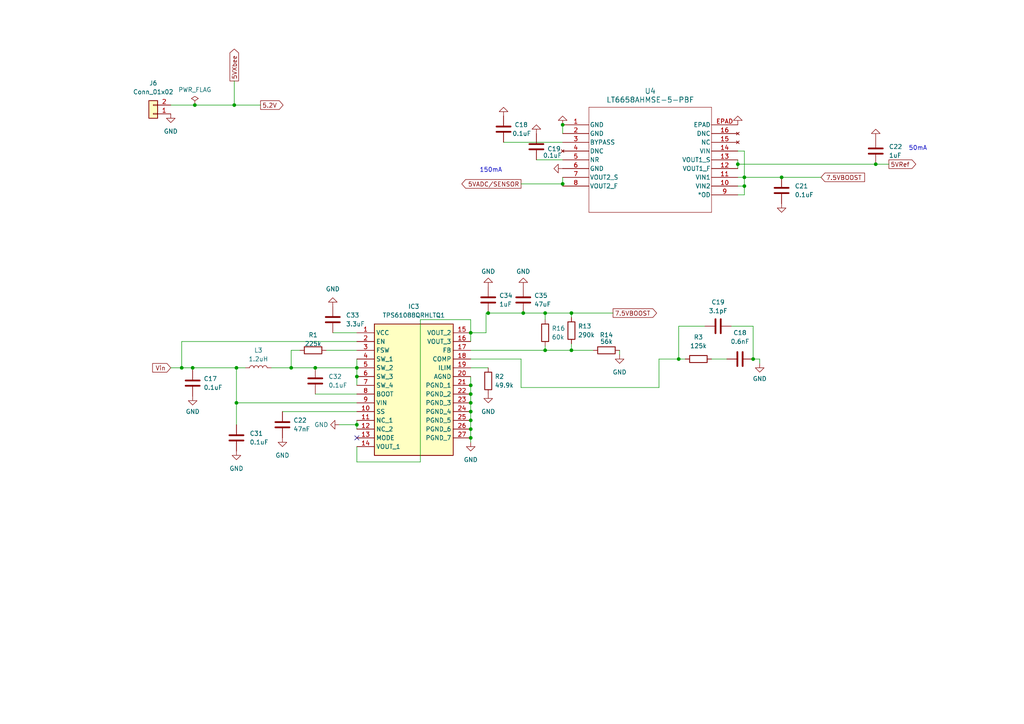
<source format=kicad_sch>
(kicad_sch (version 20230121) (generator eeschema)
  (paper "A4")
  (lib_symbols
    (symbol "Connector_Generic:Conn_01x02" (pin_names (offset 1.016) hide)
      (property "Reference" "J" (at 0 2.54 0))
      (property "Value" "Conn_01x02" (at 0 -5.08 0))
      (symbol "Conn_01x02_1_1"
        (rectangle (start -1.27 -2.413) (end 0 -2.667) (stroke (width 0.1524)))
        (rectangle (start -1.27 0.127) (end 0 -0.127) (stroke (width 0.1524)))
        (rectangle (start -1.27 1.27) (end 1.27 -3.81) (stroke (width 0.254)) (fill (type background)))
        (pin passive line (at -5.08 0 0) (length 3.81) (name "Pin_1") (number "1"))
        (pin passive line (at -5.08 -2.54 0) (length 3.81) (name "Pin_2") (number "2"))
      )
    )
    (symbol "Converter_DCDC:TPS61088QRHLTQ1"
      (property "Reference" "IC" (at 29.21 7.62 0))
      (property "Value" "TPS61088QRHLTQ1" (at 29.21 5.08 0))
      (symbol "TPS61088QRHLTQ1_1_1"
        (rectangle (start 5.08 2.54) (end 27.94 -35.56) (stroke (width 0.254)) (fill (type background)))
        (pin passive line (at 0 0 0) (length 5.08) (name "VCC") (number "1"))
        (pin passive line (at 0 -22.86 0) (length 5.08) (name "SS") (number "10"))
        (pin passive line (at 0 -25.4 0) (length 5.08) (name "NC_1") (number "11"))
        (pin passive line (at 0 -27.94 0) (length 5.08) (name "NC_2") (number "12"))
        (pin passive line (at 0 -30.48 0) (length 5.08) (name "MODE") (number "13"))
        (pin passive line (at 0 -33.02 0) (length 5.08) (name "VOUT_1") (number "14"))
        (pin passive line (at 33.02 0 180) (length 5.08) (name "VOUT_2") (number "15"))
        (pin passive line (at 33.02 -2.54 180) (length 5.08) (name "VOUT_3") (number "16"))
        (pin passive line (at 33.02 -5.08 180) (length 5.08) (name "FB") (number "17"))
        (pin passive line (at 33.02 -7.62 180) (length 5.08) (name "COMP") (number "18"))
        (pin passive line (at 33.02 -10.16 180) (length 5.08) (name "ILIM") (number "19"))
        (pin passive line (at 0 -2.54 0) (length 5.08) (name "EN") (number "2"))
        (pin passive line (at 33.02 -12.7 180) (length 5.08) (name "AGND") (number "20"))
        (pin passive line (at 33.02 -15.24 180) (length 5.08) (name "PGND_1") (number "21"))
        (pin passive line (at 33.02 -17.78 180) (length 5.08) (name "PGND_2") (number "22"))
        (pin passive line (at 33.02 -20.32 180) (length 5.08) (name "PGND_3") (number "23"))
        (pin passive line (at 33.02 -22.86 180) (length 5.08) (name "PGND_4") (number "24"))
        (pin passive line (at 33.02 -25.4 180) (length 5.08) (name "PGND_5") (number "25"))
        (pin passive line (at 33.02 -27.94 180) (length 5.08) (name "PGND_6") (number "26"))
        (pin passive line (at 33.02 -30.48 180) (length 5.08) (name "PGND_7") (number "27"))
        (pin passive line (at 0 -5.08 0) (length 5.08) (name "FSW") (number "3"))
        (pin passive line (at 0 -7.62 0) (length 5.08) (name "SW_1") (number "4"))
        (pin passive line (at 0 -10.16 0) (length 5.08) (name "SW_2") (number "5"))
        (pin passive line (at 0 -12.7 0) (length 5.08) (name "SW_3") (number "6"))
        (pin passive line (at 0 -15.24 0) (length 5.08) (name "SW_4") (number "7"))
        (pin passive line (at 0 -17.78 0) (length 5.08) (name "BOOT") (number "8"))
        (pin passive line (at 0 -20.32 0) (length 5.08) (name "VIN") (number "9"))
      )
    )
    (symbol "Device:C" (pin_numbers hide) (pin_names (offset 0.254))
      (property "Reference" "C" (at 0.635 2.54 0))
      (property "Value" "C" (at 0.635 -2.54 0))
      (symbol "C_0_1"
        (polyline (pts (xy -2.032 -0.762) (xy 2.032 -0.762)) (stroke (width 0.508)))
        (polyline (pts (xy -2.032 0.762) (xy 2.032 0.762)) (stroke (width 0.508)))
      )
      (symbol "C_1_1"
        (pin passive line (at 0 3.81 270) (length 2.794) (name "~") (number "1"))
        (pin passive line (at 0 -3.81 90) (length 2.794) (name "~") (number "2"))
      )
    )
    (symbol "Device:L" (pin_numbers hide) (pin_names (offset 1.016) hide)
      (property "Reference" "L" (at -1.27 0 90))
      (property "Value" "L" (at 1.905 0 90))
      (symbol "L_0_1"
        (arc (start 0 -2.54) (mid 0.6323 -1.905) (end 0 -1.27))
        (arc (start 0 -1.27) (mid 0.6323 -0.635) (end 0 0))
        (arc (start 0 0) (mid 0.6323 0.635) (end 0 1.27))
        (arc (start 0 1.27) (mid 0.6323 1.905) (end 0 2.54))
      )
      (symbol "L_1_1"
        (pin passive line (at 0 3.81 270) (length 1.27) (name "1") (number "1"))
        (pin passive line (at 0 -3.81 90) (length 1.27) (name "2") (number "2"))
      )
    )
    (symbol "Device:R" (pin_numbers hide) (pin_names (offset 0))
      (property "Reference" "R" (at 2.032 0 90))
      (property "Value" "R" (at 0 0 90))
      (symbol "R_0_1"
        (rectangle (start -1.016 -2.54) (end 1.016 2.54) (stroke (width 0.254)))
      )
      (symbol "R_1_1"
        (pin passive line (at 0 3.81 270) (length 1.27) (name "~") (number "1"))
        (pin passive line (at 0 -3.81 90) (length 1.27) (name "~") (number "2"))
      )
    )
    (symbol "mainbox:LT6658AHMSE-5-PBF" (pin_names (offset 0.254))
      (property "Reference" "U" (at 25.4 10.16 0))
      (property "Value" "LT6658AHMSE-5-PBF" (at 25.4 7.62 0))
      (symbol "LT6658AHMSE-5-PBF_0_1"
        (polyline (pts (xy 7.62 -25.4) (xy 43.18 -25.4)) (stroke (width 0.127)))
        (polyline (pts (xy 7.62 5.08) (xy 7.62 -25.4)) (stroke (width 0.127)))
        (polyline (pts (xy 43.18 -25.4) (xy 43.18 5.08)) (stroke (width 0.127)))
        (polyline (pts (xy 43.18 5.08) (xy 7.62 5.08)) (stroke (width 0.127)))
        (pin power_in line (at 0 0 0) (length 7.62) (name "GND") (number "1"))
        (pin input line (at 50.8 -17.78 180) (length 7.62) (name "VIN2") (number "10"))
        (pin input line (at 50.8 -15.24 180) (length 7.62) (name "VIN1") (number "11"))
        (pin output line (at 50.8 -12.7 180) (length 7.62) (name "VOUT1_F") (number "12"))
        (pin output line (at 50.8 -10.16 180) (length 7.62) (name "VOUT1_S") (number "13"))
        (pin input line (at 50.8 -7.62 180) (length 7.62) (name "VIN") (number "14"))
        (pin no_connect line (at 50.8 -5.08 180) (length 7.62) (name "NC") (number "15"))
        (pin no_connect line (at 50.8 -2.54 180) (length 7.62) (name "DNC") (number "16"))
        (pin power_in line (at 0 -2.54 0) (length 7.62) (name "GND") (number "2"))
        (pin unspecified line (at 0 -5.08 0) (length 7.62) (name "BYPASS") (number "3"))
        (pin no_connect line (at 0 -7.62 0) (length 7.62) (name "DNC") (number "4"))
        (pin unspecified line (at 0 -10.16 0) (length 7.62) (name "NR") (number "5"))
        (pin power_in line (at 0 -12.7 0) (length 7.62) (name "GND") (number "6"))
        (pin output line (at 0 -15.24 0) (length 7.62) (name "VOUT2_S") (number "7"))
        (pin output line (at 0 -17.78 0) (length 7.62) (name "VOUT2_F") (number "8"))
        (pin output line (at 50.8 -20.32 180) (length 7.62) (name "*OD") (number "9"))
        (pin unspecified line (at 50.8 0 180) (length 7.62) (name "EPAD") (number "EPAD"))
      )
    )
    (symbol "power:GND" (power) (pin_names (offset 0))
      (property "Value" "GND" (at 0 -3.81 0))
      (symbol "GND_0_1"
        (polyline (pts (xy 0 0) (xy 0 -1.27) (xy 1.27 -1.27) (xy 0 -2.54) (xy -1.27 -1.27) (xy 0 -1.27)))
      )
      (symbol "GND_1_1"
        (pin power_in line (at 0 0 270) (length 0) hide (name "GND") (number "1"))
      )
    )
    (symbol "power:PWR_FLAG" (power) (pin_numbers hide) (pin_names (offset 0) hide)
      (property "Value" "PWR_FLAG" (at 0 3.81 0))
      (symbol "PWR_FLAG_0_0"
        (pin power_out line (at 0 0 90) (length 0) (name "pwr") (number "1"))
      )
      (symbol "PWR_FLAG_0_1"
        (polyline (pts (xy 0 0) (xy 0 1.27) (xy -1.016 1.905) (xy 0 2.54) (xy 1.016 1.905) (xy 0 1.27)))
      )
    )
  )
  (junction (at 215.9 51.435))
  (junction (at 213.995 47.625))
  (junction (at 68.58 116.84))
  (junction (at 254 47.625))
  (junction (at 165.735 101.6))
  (junction (at 52.705 106.68))
  (junction (at 103.505 109.22))
  (junction (at 67.945 30.48))
  (junction (at 151.765 90.805))
  (junction (at 91.44 106.68))
  (junction (at 136.525 121.92))
  (junction (at 226.695 51.435))
  (junction (at 136.525 127))
  (junction (at 163.195 36.195))
  (junction (at 141.605 90.805))
  (junction (at 215.9 53.975))
  (junction (at 103.505 123.19))
  (junction (at 196.85 104.14))
  (junction (at 84.455 106.68))
  (junction (at 136.525 111.76))
  (junction (at 68.58 106.68))
  (junction (at 56.515 30.48))
  (junction (at 136.525 116.84))
  (junction (at 136.525 124.46))
  (junction (at 55.88 106.68))
  (junction (at 218.44 104.14))
  (junction (at 136.525 114.3))
  (junction (at 136.525 96.52))
  (junction (at 165.735 90.805))
  (junction (at 158.115 90.805))
  (junction (at 158.115 101.6))
  (junction (at 103.505 106.68))
  (junction (at 163.195 53.34))
  (junction (at 136.525 119.38))
  (no_connect (at 103.505 127))
  (wire (pts (xy 84.455 101.6) (xy 86.995 101.6)))
  (wire (pts (xy 215.9 51.435) (xy 215.9 53.975)))
  (wire (pts (xy 141.605 90.805) (xy 151.765 90.805)))
  (wire (pts (xy 52.705 106.68) (xy 55.88 106.68)))
  (wire (pts (xy 55.88 106.68) (xy 55.88 107.315)))
  (wire (pts (xy 158.115 90.805) (xy 158.115 92.71)))
  (wire (pts (xy 163.195 36.195) (xy 163.195 38.735)))
  (wire (pts (xy 91.44 106.68) (xy 103.505 106.68)))
  (wire (pts (xy 213.995 56.515) (xy 215.9 56.515)))
  (wire (pts (xy 213.995 46.355) (xy 213.995 47.625)))
  (wire (pts (xy 71.12 106.68) (xy 68.58 106.68)))
  (wire (pts (xy 151.765 90.805) (xy 158.115 90.805)))
  (wire (pts (xy 52.705 99.06) (xy 52.705 106.68)))
  (wire (pts (xy 196.85 94.615) (xy 196.85 104.14)))
  (wire (pts (xy 136.525 124.46) (xy 136.525 127)))
  (wire (pts (xy 103.505 123.19) (xy 103.505 124.46)))
  (wire (pts (xy 84.455 106.68) (xy 91.44 106.68)))
  (wire (pts (xy 140.97 96.52) (xy 136.525 96.52)))
  (wire (pts (xy 213.995 47.625) (xy 254 47.625)))
  (wire (pts (xy 165.735 101.6) (xy 172.085 101.6)))
  (wire (pts (xy 165.735 92.075) (xy 165.735 90.805)))
  (wire (pts (xy 68.58 106.68) (xy 55.88 106.68)))
  (wire (pts (xy 103.505 133.985) (xy 103.505 129.54)))
  (wire (pts (xy 213.995 43.815) (xy 215.9 43.815)))
  (wire (pts (xy 67.945 30.48) (xy 75.565 30.48)))
  (wire (pts (xy 103.505 99.06) (xy 52.705 99.06)))
  (wire (pts (xy 136.525 114.3) (xy 136.525 116.84)))
  (wire (pts (xy 151.13 53.34) (xy 163.195 53.34)))
  (wire (pts (xy 179.705 102.87) (xy 179.705 101.6)))
  (wire (pts (xy 84.455 101.6) (xy 84.455 106.68)))
  (wire (pts (xy 196.85 104.14) (xy 198.755 104.14)))
  (wire (pts (xy 103.505 121.92) (xy 103.505 123.19)))
  (wire (pts (xy 103.505 133.985) (xy 121.92 133.985)))
  (wire (pts (xy 196.85 94.615) (xy 204.47 94.615)))
  (wire (pts (xy 103.505 109.22) (xy 103.505 111.76)))
  (wire (pts (xy 68.58 116.84) (xy 103.505 116.84)))
  (wire (pts (xy 103.505 101.6) (xy 94.615 101.6)))
  (wire (pts (xy 213.995 53.975) (xy 215.9 53.975)))
  (wire (pts (xy 91.44 114.3) (xy 103.505 114.3)))
  (wire (pts (xy 136.525 104.14) (xy 151.13 104.14)))
  (wire (pts (xy 49.53 30.48) (xy 56.515 30.48)))
  (wire (pts (xy 206.375 104.14) (xy 210.82 104.14)))
  (wire (pts (xy 136.525 106.68) (xy 141.605 106.68)))
  (wire (pts (xy 163.195 41.275) (xy 146.05 41.275)))
  (wire (pts (xy 163.195 51.435) (xy 163.195 53.34)))
  (wire (pts (xy 136.525 96.52) (xy 136.525 99.06)))
  (wire (pts (xy 165.735 90.805) (xy 177.8 90.805)))
  (wire (pts (xy 215.9 51.435) (xy 226.695 51.435)))
  (wire (pts (xy 215.9 56.515) (xy 215.9 53.975)))
  (wire (pts (xy 67.945 23.495) (xy 67.945 30.48)))
  (wire (pts (xy 136.525 116.84) (xy 136.525 119.38)))
  (wire (pts (xy 136.525 127) (xy 136.525 128.27)))
  (wire (pts (xy 158.115 90.805) (xy 165.735 90.805)))
  (wire (pts (xy 140.97 90.805) (xy 140.97 96.52)))
  (wire (pts (xy 215.9 43.815) (xy 215.9 51.435)))
  (wire (pts (xy 158.115 100.33) (xy 158.115 101.6)))
  (wire (pts (xy 103.505 104.14) (xy 103.505 106.68)))
  (wire (pts (xy 220.345 104.14) (xy 218.44 104.14)))
  (wire (pts (xy 78.74 106.68) (xy 84.455 106.68)))
  (wire (pts (xy 141.605 90.805) (xy 140.97 90.805)))
  (wire (pts (xy 191.135 112.395) (xy 191.135 104.14)))
  (wire (pts (xy 238.125 51.435) (xy 226.695 51.435)))
  (wire (pts (xy 213.995 47.625) (xy 213.995 48.895)))
  (wire (pts (xy 220.345 105.41) (xy 220.345 104.14)))
  (wire (pts (xy 191.135 104.14) (xy 196.85 104.14)))
  (wire (pts (xy 151.13 112.395) (xy 191.135 112.395)))
  (wire (pts (xy 103.505 119.38) (xy 81.915 119.38)))
  (wire (pts (xy 136.525 92.71) (xy 136.525 96.52)))
  (wire (pts (xy 165.735 99.695) (xy 165.735 101.6)))
  (wire (pts (xy 212.09 94.615) (xy 218.44 94.615)))
  (wire (pts (xy 158.115 101.6) (xy 165.735 101.6)))
  (wire (pts (xy 68.58 116.84) (xy 68.58 106.68)))
  (wire (pts (xy 163.195 53.34) (xy 163.195 53.975)))
  (wire (pts (xy 136.525 101.6) (xy 158.115 101.6)))
  (wire (pts (xy 49.53 106.68) (xy 52.705 106.68)))
  (wire (pts (xy 56.515 30.48) (xy 67.945 30.48)))
  (wire (pts (xy 136.525 121.92) (xy 136.525 124.46)))
  (wire (pts (xy 121.92 92.71) (xy 136.525 92.71)))
  (wire (pts (xy 98.425 123.19) (xy 103.505 123.19)))
  (wire (pts (xy 136.525 109.22) (xy 136.525 111.76)))
  (wire (pts (xy 155.575 46.355) (xy 163.195 46.355)))
  (wire (pts (xy 103.505 106.68) (xy 103.505 109.22)))
  (wire (pts (xy 136.525 111.76) (xy 136.525 114.3)))
  (wire (pts (xy 68.58 123.19) (xy 68.58 116.84)))
  (wire (pts (xy 151.13 104.14) (xy 151.13 112.395)))
  (wire (pts (xy 121.92 133.985) (xy 121.92 92.71)))
  (wire (pts (xy 215.9 51.435) (xy 213.995 51.435)))
  (wire (pts (xy 96.52 96.52) (xy 103.505 96.52)))
  (wire (pts (xy 254 47.625) (xy 257.81 47.625)))
  (wire (pts (xy 218.44 94.615) (xy 218.44 104.14)))
  (wire (pts (xy 136.525 119.38) (xy 136.525 121.92)))
  (text "150mA" (at 139.065 50.165 0) (effects (font (size 1.27 1.27)) (justify left bottom)))
  (text "50mA" (at 263.525 43.815 0) (effects (font (size 1.27 1.27)) (justify left bottom)))
  (global_label "5VXbee" (shape output) (at 67.945 23.495 90) (property "Intersheetrefs" "${INTERSHEET_REFS}" (effects hide)))
  (global_label "7.5VBOOST" (shape input) (at 238.125 51.435 0) (property "Intersheetrefs" "${INTERSHEET_REFS}" (effects hide)))
  (global_label "7.5VBOOST" (shape output) (at 177.8 90.805 0) (property "Intersheetrefs" "${INTERSHEET_REFS}" (effects hide)))
  (global_label "5VRef" (shape output) (at 257.81 47.625 0) (property "Intersheetrefs" "${INTERSHEET_REFS}" (effects hide)))
  (global_label "5.2V" (shape output) (at 75.565 30.48 0) (property "Intersheetrefs" "${INTERSHEET_REFS}" (effects hide)))
  (global_label "Vin" (shape input) (at 49.53 106.68 180) (property "Intersheetrefs" "${INTERSHEET_REFS}" (effects hide)))
  (global_label "5VADC{slash}SENSOR" (shape output) (at 151.13 53.34 180) (property "Intersheetrefs" "${INTERSHEET_REFS}" (effects hide)))
  (symbol (lib_id "Device:R") (at 165.735 95.885 0) (unit 1)
    (property "Reference" "R13" (at 167.64 94.615 0) (effects (justify left)))
    (property "Value" "290k" (at 167.64 97.155 0) (effects (justify left)))
    (property "Footprint" "Resistor_SMD:R_0603_1608Metric" (effects hide))
  )
  (symbol (lib_id "Device:C") (at 141.605 86.995 0) (unit 1)
    (property "Reference" "C34" (at 144.78 85.725 0) (effects (justify left)))
    (property "Value" "1uF" (at 144.78 88.265 0) (effects (justify left)))
    (property "Footprint" "Capacitor_SMD:C_0603_1608Metric" (effects hide))
  )
  (symbol (lib_id "power:PWR_FLAG") (at 56.515 30.48 0) (unit 1)
    (property "Reference" "#FLG03" (effects hide))
    (property "Value" "PWR_FLAG" (at 56.515 26.035 0))
    (instances (project "mainbox1.0" (path "" (reference "#FLG03") (unit 1))) (project "mainbox" (path "" (reference "#FLG02") (unit 1)) (path "" (reference "#FLG03") (unit 1))) (project "mainbox2.0" (path "" (reference "#FLG01") (unit 1))) (project "Mainboard_priv" (path "" (reference "#FLG01") (unit 1))))
  )
  (symbol (lib_id "Device:R") (at 141.605 110.49 180) (unit 1)
    (property "Reference" "R2" (at 143.51 109.22 0) (effects (justify right)))
    (property "Value" "49.9k" (at 143.51 111.76 0) (effects (justify right)))
    (property "Footprint" "Resistor_SMD:R_0603_1608Metric" (effects hide))
  )
  (symbol (lib_id "power:GND") (at 141.605 114.3 0) (unit 1)
    (property "Reference" "#PWR024" (effects hide))
    (property "Value" "GND" (at 141.605 119.38 0))
  )
  (symbol (lib_id "power:GND") (at 98.425 123.19 270) (unit 1)
    (property "Reference" "#PWR022" (effects hide))
    (property "Value" "GND" (at 95.25 123.19 90) (effects (justify right)))
  )
  (symbol (lib_id "power:GND") (at 141.605 83.185 180) (unit 1)
    (property "Reference" "#PWR029" (effects hide))
    (property "Value" "GND" (at 141.605 78.74 0))
  )
  (symbol (lib_id "power:GND") (at 213.995 36.195 180) (unit 1)
    (property "Reference" "#PWR041" (effects hide))
    (property "Value" "GND" (effects hide))
    (instances (project "mainbox1.0" (path "" (reference "#PWR041") (unit 1))) (project "mainbox2.0" (path "" (reference "#PWR043") (unit 1))) (project "Mainboard_priv" (path "" (reference "#PWR014") (unit 1))))
  )
  (symbol (lib_id "power:GND") (at 220.345 105.41 0) (unit 1)
    (property "Reference" "#PWR025" (effects hide))
    (property "Value" "GND" (at 220.345 109.855 0))
  )
  (symbol (lib_id "Device:C") (at 208.28 94.615 90) (unit 1)
    (property "Reference" "C19" (at 208.28 87.63 90))
    (property "Value" "3.1pF" (at 208.28 90.17 90))
    (property "Footprint" "Capacitor_SMD:C_0603_1608Metric" (effects hide))
  )
  (symbol (lib_id "Device:R") (at 175.895 101.6 90) (unit 1)
    (property "Reference" "R14" (at 175.895 97.155 90))
    (property "Value" "56k" (at 175.895 99.06 90))
    (property "Footprint" "Resistor_SMD:R_0603_1608Metric" (effects hide))
  )
  (symbol (lib_id "Device:C") (at 146.05 37.465 0) (unit 1)
    (property "Reference" "C18" (at 149.225 36.195 0) (effects (justify left)))
    (property "Value" "0.1uF" (at 148.59 38.735 0) (effects (justify left)))
    (property "Footprint" "Capacitor_SMD:C_0603_1608Metric" (effects hide))
    (instances (project "mainbox1.0" (path "" (reference "C18") (unit 1))) (project "mainbox2.0" (path "" (reference "C20") (unit 1))) (project "Mainboard_priv" (path "" (reference "C3") (unit 1))))
  )
  (symbol (lib_id "Device:L") (at 74.93 106.68 90) (unit 1)
    (property "Reference" "L3" (at 74.93 101.6 90))
    (property "Value" "1.2uH" (at 74.93 104.14 90))
    (property "Footprint" "Inductor_SMD:L_0402_1005Metric" (effects hide))
  )
  (symbol (lib_id "Device:R") (at 90.805 101.6 90) (unit 1)
    (property "Reference" "R1" (at 90.805 97.155 90))
    (property "Value" "225k" (at 90.805 99.695 90))
    (property "Footprint" "Resistor_SMD:R_0603_1608Metric" (effects hide))
  )
  (symbol (lib_id "Device:C") (at 155.575 42.545 0) (unit 1)
    (property "Reference" "C19" (at 158.75 43.18 0) (effects (justify left)))
    (property "Value" "0.1uF" (at 157.48 45.085 0) (effects (justify left)))
    (property "Footprint" "Capacitor_SMD:C_0603_1608Metric" (effects hide))
    (instances (project "mainbox1.0" (path "" (reference "C19") (unit 1))) (project "mainbox2.0" (path "" (reference "C21") (unit 1))) (project "Mainboard_priv" (path "" (reference "C1") (unit 1))))
  )
  (symbol (lib_id "power:GND") (at 49.53 33.02 0) (unit 1)
    (property "Reference" "#PWR01" (effects hide))
    (property "Value" "GND" (at 49.53 38.1 0))
    (instances (project "mainbox1.0" (path "" (reference "#PWR01") (unit 1)) (path "" (reference "#PWR056") (unit 1))) (project "mainbox2.0" (path "" (reference "#PWR01") (unit 1))) (project "Mainboard_priv" (path "" (reference "#PWR01") (unit 1)) (path "" (reference "#PWR047") (unit 1))))
  )
  (symbol (lib_id "mainbox:LT6658AHMSE-5-PBF") (at 163.195 36.195 0) (unit 1)
    (property "Reference" "U4" (at 188.595 26.416 0) (effects (font (size 1.524 1.524))))
    (property "Value" "LT6658AHMSE-5-PBF" (at 188.595 28.956 0) (effects (font (size 1.524 1.524))))
    (property "Footprint" "21xt_footprints:LT6658AHMSE-2.5-PBF" (effects hide))
    (property "Datasheet" "LT6658AHMSE-5-PBF" (effects hide))
    (instances (project "mainbox1.0" (path "" (reference "U4") (unit 1))) (project "mainbox" (path "" (reference "U2") (unit 1)) (path "" (reference "U8") (unit 1))) (project "mainbox2.0" (path "" (reference "U4") (unit 1))) (project "Mainboard_priv" (path "" (reference "U1") (unit 1))))
  )
  (symbol (lib_id "power:GND") (at 81.915 127 0) (unit 1)
    (property "Reference" "#PWR023" (effects hide))
    (property "Value" "GND" (at 81.915 132.08 0))
  )
  (symbol (lib_id "Connector_Generic:Conn_01x02") (at 44.45 33.02 180) (unit 1)
    (property "Reference" "J6" (at 44.45 24.13 0))
    (property "Value" "Conn_01x02" (at 44.45 26.67 0))
    (property "Footprint" "21xt_footprints:JST_B2P-VH_LF__SN_(2 pin)" (effects hide))
  )
  (symbol (lib_id "power:GND") (at 163.195 48.895 270) (unit 1)
    (property "Reference" "#PWR040" (effects hide))
    (property "Value" "GND" (effects hide))
    (instances (project "mainbox1.0" (path "" (reference "#PWR040") (unit 1))) (project "mainbox2.0" (path "" (reference "#PWR042") (unit 1))) (project "Mainboard_priv" (path "" (reference "#PWR011") (unit 1))))
  )
  (symbol (lib_id "power:GND") (at 226.695 59.055 0) (unit 1)
    (property "Reference" "#PWR042" (effects hide))
    (property "Value" "GND" (effects hide))
    (instances (project "mainbox1.0" (path "" (reference "#PWR042") (unit 1))) (project "mainbox2.0" (path "" (reference "#PWR044") (unit 1))) (project "Mainboard_priv" (path "" (reference "#PWR016") (unit 1))))
  )
  (symbol (lib_id "Device:C") (at 68.58 127 0) (unit 1)
    (property "Reference" "C31" (at 72.39 125.73 0) (effects (justify left)))
    (property "Value" "0.1uF" (at 72.39 128.27 0) (effects (justify left)))
    (property "Footprint" "Capacitor_SMD:C_0603_1608Metric" (effects hide))
  )
  (symbol (lib_id "power:GND") (at 163.195 36.195 180) (unit 1)
    (property "Reference" "#PWR039" (effects hide))
    (property "Value" "GND" (effects hide))
    (instances (project "mainbox1.0" (path "" (reference "#PWR039") (unit 1))) (project "mainbox2.0" (path "" (reference "#PWR041") (unit 1))) (project "Mainboard_priv" (path "" (reference "#PWR08") (unit 1))))
  )
  (symbol (lib_id "Device:R") (at 202.565 104.14 90) (unit 1)
    (property "Reference" "R3" (at 202.565 97.79 90))
    (property "Value" "125k" (at 202.565 100.33 90))
    (property "Footprint" "Resistor_SMD:R_0603_1608Metric" (effects hide))
  )
  (symbol (lib_id "Device:C") (at 151.765 86.995 0) (unit 1)
    (property "Reference" "C35" (at 154.94 85.725 0) (effects (justify left)))
    (property "Value" "47uF" (at 154.94 88.265 0) (effects (justify left)))
    (property "Footprint" "Capacitor_SMD:C_0603_1608Metric" (effects hide))
  )
  (symbol (lib_id "Device:C") (at 254 43.815 0) (unit 1)
    (property "Reference" "C22" (at 257.81 42.545 0) (effects (justify left)))
    (property "Value" "1uF" (at 257.81 45.085 0) (effects (justify left)))
    (property "Footprint" "Capacitor_SMD:C_0603_1608Metric" (effects hide))
    (instances (project "mainbox1.0" (path "" (reference "C22") (unit 1))) (project "mainbox2.0" (path "" (reference "C24") (unit 1))) (project "Mainboard_priv" (path "" (reference "C2") (unit 1))))
  )
  (symbol (lib_id "Device:C") (at 96.52 92.71 0) (unit 1)
    (property "Reference" "C33" (at 100.33 91.44 0) (effects (justify left)))
    (property "Value" "3.3uF" (at 100.33 93.98 0) (effects (justify left)))
    (property "Footprint" "Capacitor_SMD:C_0603_1608Metric" (effects hide))
  )
  (symbol (lib_id "Converter_DCDC:TPS61088QRHLTQ1") (at 103.505 96.52 0) (unit 1)
    (property "Reference" "IC3" (at 120.015 88.9 0))
    (property "Value" "TPS61088QRHLTQ1" (at 120.015 91.44 0))
    (property "Footprint" "21xt_footprints:BQ24123RHLT" (effects hide))
    (property "Datasheet" "https://www.ti.com/lit/ds/symlink/tps61088-q1.pdf?ts=1720532548539&ref_url=https%253A%252F%252Fwww.ti.com%252Fproduct%252FTPS61088-Q1%252Fpart-details%252FTPS61088QRHLTQ1%253Fbm-verify%253DAAQAAAAJ_____xIb0g1VDhLwIEix83jcVln7eJl_qpPuyqCkG0s5PHGOqB4hIn41ag" (effects hide))
    (property "Height" "1" (effects hide))
    (property "Mouser Part Number" "595-TPS61088QRHLTQ1" (effects hide))
    (property "Mouser Price/Stock" "https://www.mouser.co.uk/ProductDetail/Texas-Instruments/TPS61088QRHLTQ1?qs=l7cgNqFNU1hflpbqwUY1ig%3D%3D" (effects hide))
    (property "Manufacturer_Name" "Texas Instruments" (effects hide))
    (property "Manufacturer_Part_Number" "TPS61088QRHLTQ1" (effects hide))
  )
  (symbol (lib_id "Device:R") (at 158.115 96.52 0) (unit 1)
    (property "Reference" "R16" (at 160.02 95.25 0) (effects (justify left)))
    (property "Value" "60k" (at 160.02 97.79 0) (effects (justify left)))
    (property "Footprint" "Resistor_SMD:R_0603_1608Metric" (effects hide))
  )
  (symbol (lib_id "power:GND") (at 96.52 88.9 180) (unit 1)
    (property "Reference" "#PWR027" (effects hide))
    (property "Value" "GND" (at 96.52 83.82 0))
  )
  (symbol (lib_id "Device:C") (at 226.695 55.245 0) (unit 1)
    (property "Reference" "C21" (at 230.505 53.975 0) (effects (justify left)))
    (property "Value" "0.1uF" (at 230.505 56.515 0) (effects (justify left)))
    (property "Footprint" "Capacitor_SMD:C_0603_1608Metric" (effects hide))
    (instances (project "mainbox1.0" (path "" (reference "C21") (unit 1))) (project "mainbox2.0" (path "" (reference "C23") (unit 1))) (project "Mainboard_priv" (path "" (reference "C5") (unit 1))))
  )
  (symbol (lib_id "Device:C") (at 214.63 104.14 90) (unit 1)
    (property "Reference" "C18" (at 214.63 96.52 90))
    (property "Value" "0.6nF" (at 214.63 99.06 90))
    (property "Footprint" "Capacitor_SMD:C_0603_1608Metric" (effects hide))
  )
  (symbol (lib_id "power:GND") (at 146.05 33.655 180) (unit 1)
    (property "Reference" "#PWR036" (effects hide))
    (property "Value" "GND" (effects hide))
    (instances (project "mainbox1.0" (path "" (reference "#PWR036") (unit 1))) (project "mainbox2.0" (path "" (reference "#PWR038") (unit 1))) (project "Mainboard_priv" (path "" (reference "#PWR015") (unit 1))))
  )
  (symbol (lib_id "power:GND") (at 151.765 83.185 180) (unit 1)
    (property "Reference" "#PWR030" (effects hide))
    (property "Value" "GND" (at 151.765 78.74 0))
  )
  (symbol (lib_id "Device:C") (at 81.915 123.19 0) (unit 1)
    (property "Reference" "C22" (at 85.09 121.92 0) (effects (justify left)))
    (property "Value" "47nF" (at 85.09 124.46 0) (effects (justify left)))
    (property "Footprint" "Capacitor_SMD:C_0603_1608Metric" (effects hide))
  )
  (symbol (lib_id "Device:C") (at 55.88 111.125 0) (unit 1)
    (property "Reference" "C17" (at 59.055 109.855 0) (effects (justify left)))
    (property "Value" "0.1uF" (at 59.055 112.395 0) (effects (justify left)))
    (property "Footprint" "Capacitor_SMD:C_0603_1608Metric" (effects hide))
  )
  (symbol (lib_id "power:GND") (at 179.705 102.87 0) (unit 1)
    (property "Reference" "#PWR031" (effects hide))
    (property "Value" "GND" (at 179.705 107.95 0))
  )
  (symbol (lib_id "power:GND") (at 55.88 114.935 0) (unit 1)
    (property "Reference" "#PWR019" (effects hide))
    (property "Value" "GND" (at 55.88 119.38 0))
  )
  (symbol (lib_id "power:GND") (at 68.58 130.81 0) (unit 1)
    (property "Reference" "#PWR021" (effects hide))
    (property "Value" "GND" (at 68.58 135.89 0))
  )
  (symbol (lib_id "power:GND") (at 155.575 38.735 180) (unit 1)
    (property "Reference" "#PWR037" (effects hide))
    (property "Value" "GND" (effects hide))
    (instances (project "mainbox1.0" (path "" (reference "#PWR037") (unit 1))) (project "mainbox2.0" (path "" (reference "#PWR039") (unit 1))) (project "Mainboard_priv" (path "" (reference "#PWR010") (unit 1))))
  )
  (symbol (lib_id "power:GND") (at 136.525 128.27 0) (unit 1)
    (property "Reference" "#PWR018" (effects hide))
    (property "Value" "GND" (at 136.525 133.35 0))
  )
  (symbol (lib_id "Device:C") (at 91.44 110.49 180) (unit 1)
    (property "Reference" "C32" (at 95.25 109.22 0) (effects (justify right)))
    (property "Value" "0.1uF" (at 95.25 111.76 0) (effects (justify right)))
    (property "Footprint" "Capacitor_SMD:C_0603_1608Metric" (effects hide))
  )
  (symbol (lib_id "power:GND") (at 254 40.005 180) (unit 1)
    (property "Reference" "#PWR043" (effects hide))
    (property "Value" "GND" (effects hide))
    (instances (project "mainbox1.0" (path "" (reference "#PWR043") (unit 1))) (project "mainbox2.0" (path "" (reference "#PWR045") (unit 1))) (project "Mainboard_priv" (path "" (reference "#PWR012") (unit 1))))
  )
)
</source>
